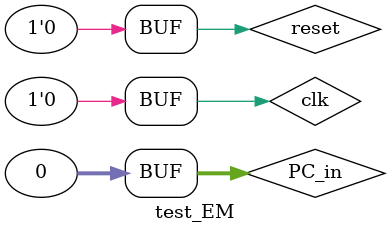
<source format=v>
`timescale 1ns / 1ps


module test_EM;

	// Inputs
	reg clk;
	reg reset;
	reg [31:0] PC_in;

	// Outputs
	wire [31:0] PC_out;

	// Instantiate the Unit Under Test (UUT)
	pipe_pc_EM uut (
		.clk(clk), 
		.reset(reset), 
		.PC_in(PC_in), 
		.PC_out(PC_out)
	);

	initial begin
		// Initialize Inputs
		clk = 0;
		reset = 0;
		PC_in = 0;

		// Wait 100 ns for global reset to finish
		#100;
        
		// Add stimulus here

	end
      
endmodule


</source>
